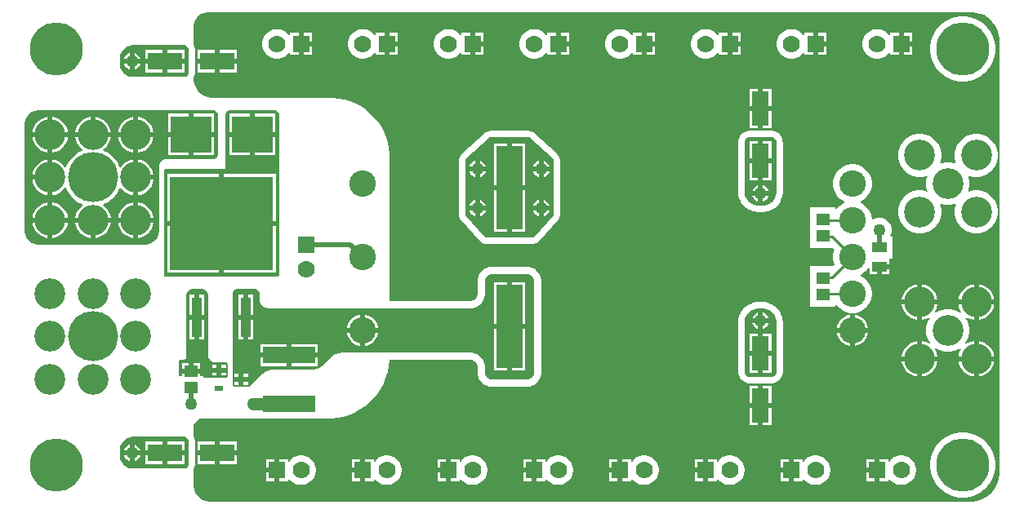
<source format=gtl>
G04*
G04 #@! TF.GenerationSoftware,Altium Limited,Altium Designer,21.0.9 (235)*
G04*
G04 Layer_Physical_Order=1*
G04 Layer_Color=255*
%FSLAX25Y25*%
%MOIN*%
G70*
G04*
G04 #@! TF.SameCoordinates,BF538C37-7BC0-418B-8844-18137046693D*
G04*
G04*
G04 #@! TF.FilePolarity,Positive*
G04*
G01*
G75*
%ADD12C,0.01000*%
%ADD25C,0.07000*%
%ADD26R,0.07000X0.07000*%
%ADD27R,0.07000X0.07000*%
%ADD31R,0.42323X0.38189*%
%ADD32R,0.03937X0.16339*%
%ADD33R,0.16693X0.15000*%
%ADD34R,0.03543X0.02362*%
%ADD35R,0.05315X0.04528*%
%ADD36R,0.13976X0.07087*%
%ADD37R,0.10630X0.33858*%
%ADD38R,0.07087X0.13976*%
%ADD39R,0.05906X0.03937*%
%ADD40R,0.21260X0.06890*%
%ADD41C,0.02000*%
%ADD42C,0.05000*%
%ADD43C,0.20472*%
%ADD44C,0.12598*%
%ADD45C,0.21654*%
%ADD46C,0.10827*%
%ADD47C,0.05000*%
G36*
X68133Y186196D02*
X68695Y185633D01*
X69000Y184898D01*
X69000Y184500D01*
X69000Y184500D01*
X69000Y175102D01*
X68695Y174367D01*
X68133Y173804D01*
X67485Y173536D01*
X67000Y173500D01*
X67000Y173500D01*
X67000Y173500D01*
X46500Y173500D01*
X45958Y173500D01*
X44896Y173711D01*
X43895Y174126D01*
X42994Y174728D01*
X42228Y175494D01*
X41626Y176395D01*
X41211Y177396D01*
X41000Y178458D01*
X41000Y179000D01*
X41000Y179000D01*
X41000D01*
X41000Y181542D01*
X41211Y182604D01*
X41626Y183605D01*
X42228Y184506D01*
X42994Y185272D01*
X43895Y185874D01*
X44896Y186289D01*
X45958Y186500D01*
X46500D01*
X46500Y186500D01*
X67000Y186500D01*
X67398Y186500D01*
X68133Y186196D01*
D02*
G37*
G36*
X104000Y160000D02*
X104398D01*
X105133Y159695D01*
X105695Y159133D01*
X105973Y158463D01*
X106000Y158001D01*
Y158000D01*
X106000Y158000D01*
X106000Y158000D01*
X106000Y93000D01*
X106000Y92801D01*
X105848Y92434D01*
X105566Y92152D01*
X105452Y92105D01*
X105000Y92000D01*
X105000Y92000D01*
Y92000D01*
X60000Y92000D01*
X59801Y92000D01*
X59434Y92152D01*
X59152Y92434D01*
X59000Y92801D01*
Y93000D01*
Y135000D01*
Y135199D01*
X59152Y135567D01*
X59433Y135848D01*
X59801Y136000D01*
X60000Y136000D01*
Y136000D01*
X84000Y136000D01*
X84000Y158000D01*
X84000Y158398D01*
X84304Y159133D01*
X84867Y159695D01*
X85602Y160000D01*
X86000Y160000D01*
Y160000D01*
X104000Y160000D01*
D02*
G37*
G36*
X79000Y160000D02*
X79398D01*
X80133Y159695D01*
X80695Y159133D01*
X80970Y158469D01*
X81000Y158002D01*
Y158000D01*
X81000Y158000D01*
X81000Y158000D01*
X81000Y142000D01*
X81000Y141602D01*
X80695Y140867D01*
X80133Y140304D01*
X79485Y140036D01*
X79099Y140007D01*
X79000Y140000D01*
Y140000D01*
X60000Y140000D01*
X59706Y139986D01*
X59129Y139871D01*
X58586Y139646D01*
X58097Y139319D01*
X57681Y138903D01*
X57354Y138414D01*
X57129Y137871D01*
X57049Y137466D01*
X57014Y137294D01*
X57000Y137000D01*
X57000D01*
X57000Y137000D01*
X57000Y111000D01*
X57000Y110409D01*
X56769Y109250D01*
X56317Y108158D01*
X55660Y107175D01*
X54825Y106339D01*
X53842Y105683D01*
X52750Y105230D01*
X51591Y105000D01*
X51000Y105000D01*
X51000Y105000D01*
X51000Y105000D01*
X8000Y105000D01*
X7409D01*
X6250Y105231D01*
X5158Y105683D01*
X4175Y106340D01*
X3339Y107175D01*
X2683Y108158D01*
X2231Y109250D01*
X2000Y110409D01*
Y111000D01*
X2000Y154000D01*
Y154591D01*
X2231Y155750D01*
X2683Y156842D01*
X3339Y157825D01*
X4175Y158660D01*
X5158Y159317D01*
X6250Y159769D01*
X7409Y160000D01*
X8000Y160000D01*
X8000Y160000D01*
X79000Y160000D01*
D02*
G37*
G36*
X207000Y93000D02*
D01*
X207494Y92961D01*
X207875Y92885D01*
X208421Y92659D01*
X208912Y92330D01*
X209330Y91912D01*
X209659Y91421D01*
X209885Y90875D01*
X210000Y90295D01*
X210000Y90000D01*
X210000Y53000D01*
X210000Y53000D01*
X210000Y52704D01*
X209885Y52125D01*
X209659Y51579D01*
X209330Y51087D01*
X208912Y50670D01*
X208421Y50341D01*
X207875Y50115D01*
X207295Y50000D01*
X207000Y50000D01*
X193000Y50000D01*
X192704Y50000D01*
X192125Y50115D01*
X191579Y50341D01*
X191088Y50670D01*
X190670Y51087D01*
X190341Y51579D01*
X190115Y52125D01*
X190000Y52704D01*
X190000Y53000D01*
X190000Y55000D01*
X190000D01*
X189971Y55588D01*
X189742Y56742D01*
X189292Y57828D01*
X188638Y58806D01*
X187806Y59638D01*
X186828Y60291D01*
X185742Y60742D01*
X184588Y60971D01*
X184000Y61000D01*
X132414Y61000D01*
X132414Y61000D01*
X131606Y60960D01*
X130022Y60645D01*
X128529Y60027D01*
X127185Y59129D01*
X126586Y58586D01*
X123707Y55707D01*
X123707D01*
X123301Y55301D01*
X122347Y54663D01*
X121286Y54224D01*
X120160Y54000D01*
X119586Y54000D01*
X108357Y54000D01*
X103414Y54000D01*
X103414Y54000D01*
X102843Y53972D01*
X101722Y53749D01*
X100667Y53312D01*
X99717Y52677D01*
X99293Y52293D01*
X94854Y47853D01*
X94854D01*
X94651Y47651D01*
X94173Y47332D01*
X93643Y47112D01*
X93080Y47000D01*
X87500Y47000D01*
X87000Y47500D01*
X87000Y85000D01*
Y85398D01*
X87304Y86133D01*
X87867Y86695D01*
X88602Y87000D01*
X96398Y87000D01*
X97133Y86695D01*
X97695Y86133D01*
X98000Y85398D01*
X98000Y83000D01*
X98019Y82608D01*
X98172Y81839D01*
X98472Y81114D01*
X98908Y80462D01*
X99462Y79908D01*
X100114Y79472D01*
X100839Y79172D01*
X101608Y79019D01*
X102000Y79000D01*
X109100D01*
Y79000D01*
X130000Y79000D01*
X184000Y79000D01*
X184588Y79029D01*
X185742Y79258D01*
X186828Y79708D01*
X187806Y80362D01*
X188638Y81194D01*
X189291Y82172D01*
X189742Y83258D01*
X189971Y84412D01*
X190000Y85000D01*
X190000Y90000D01*
Y90295D01*
X190115Y90875D01*
X190341Y91421D01*
X190670Y91912D01*
X191088Y92330D01*
X191579Y92659D01*
X192125Y92885D01*
X192704Y93000D01*
X193000Y93000D01*
X206524Y93000D01*
X207000Y93000D01*
D02*
G37*
G36*
X71000Y87000D02*
X74000Y87000D01*
X74000Y87000D01*
X74000Y87000D01*
X74001D01*
X74466Y86966D01*
X74875Y86885D01*
X75421Y86659D01*
X75912Y86330D01*
X76330Y85912D01*
X76659Y85421D01*
X76885Y84875D01*
X77000Y84295D01*
X77000Y84000D01*
X77000Y60000D01*
X77000Y60000D01*
X77014Y59706D01*
X77129Y59129D01*
X77354Y58586D01*
X77681Y58097D01*
X78097Y57681D01*
X78586Y57354D01*
X79129Y57129D01*
X79706Y57014D01*
X80000Y57000D01*
X84000D01*
X84000Y57000D01*
X84000Y57000D01*
X84000D01*
X84450Y56896D01*
X84566Y56848D01*
X84848Y56566D01*
X85000Y56199D01*
X85000Y56000D01*
X85000Y51500D01*
X85000Y51500D01*
Y51301D01*
X84848Y50933D01*
X84566Y50652D01*
X84199Y50500D01*
X75157Y50500D01*
Y51319D01*
X73658D01*
Y52445D01*
X70000D01*
X66343D01*
Y51319D01*
X65000D01*
Y57000D01*
X65000Y57199D01*
X65152Y57566D01*
X65433Y57848D01*
X65801Y58000D01*
X66000Y58000D01*
X66522D01*
X67000D01*
X67000Y58000D01*
X67195Y58019D01*
X67556Y58168D01*
X67832Y58444D01*
X67981Y58805D01*
X68000Y59000D01*
Y84000D01*
X68000Y84295D01*
X68115Y84875D01*
X68341Y85421D01*
X68670Y85913D01*
X69087Y86330D01*
X69579Y86659D01*
X70125Y86885D01*
X70705Y87000D01*
X71000Y87000D01*
D02*
G37*
G36*
X390771Y199804D02*
X392223Y199415D01*
X393613Y198839D01*
X394915Y198087D01*
X396108Y197172D01*
X397172Y196108D01*
X398087Y194915D01*
X398839Y193613D01*
X399415Y192223D01*
X399804Y190771D01*
X400000Y189280D01*
X400000Y188528D01*
X400000Y188528D01*
X400000Y188528D01*
X400000Y11742D01*
X400000Y10972D01*
X399799Y9446D01*
X399401Y7959D01*
X398812Y6537D01*
X398042Y5204D01*
X397105Y3983D01*
X396017Y2895D01*
X394796Y1958D01*
X393463Y1188D01*
X392041Y599D01*
X390554Y201D01*
X389028Y-0D01*
X388258Y-0D01*
X78000D01*
X77311Y-0D01*
X75958Y269D01*
X74684Y797D01*
X73538Y1563D01*
X72563Y2538D01*
X71797Y3684D01*
X71269Y4958D01*
X71000Y6310D01*
X71000Y13316D01*
X71050Y13392D01*
X71355Y14127D01*
X71549Y15102D01*
X71549Y24500D01*
X71549Y24500D01*
X71549Y24898D01*
X71355Y25873D01*
X71050Y26608D01*
X71000Y26684D01*
Y30394D01*
X71154Y31167D01*
X71455Y31895D01*
X71893Y32550D01*
X72450Y33107D01*
X73105Y33545D01*
X73833Y33846D01*
X74606Y34000D01*
X75000D01*
X75000Y34000D01*
X126000Y34000D01*
X127227Y34030D01*
X129668Y34271D01*
X132074Y34749D01*
X134422Y35461D01*
X136689Y36400D01*
X138853Y37557D01*
X140892Y38920D01*
X142789Y40476D01*
X144524Y42211D01*
X146080Y44107D01*
X147443Y46147D01*
X148600Y48311D01*
X149539Y50578D01*
X150251Y52925D01*
X150729Y55332D01*
X150970Y57773D01*
X150975Y57974D01*
X183926Y57974D01*
X184217Y57960D01*
X184859Y57832D01*
X185395Y57610D01*
X185878Y57288D01*
X186288Y56877D01*
X186610Y56395D01*
X186832Y55859D01*
X186960Y55217D01*
X186974Y54925D01*
X186974Y53000D01*
X186974Y52705D01*
X187013Y52410D01*
X187032Y52114D01*
X187148Y51534D01*
X187243Y51253D01*
X187320Y50967D01*
X187546Y50421D01*
X187694Y50164D01*
X187826Y49898D01*
X188154Y49406D01*
X188349Y49183D01*
X188530Y48948D01*
X188948Y48530D01*
X189183Y48349D01*
X189407Y48154D01*
X189898Y47825D01*
X190164Y47694D01*
X190421Y47546D01*
X190967Y47320D01*
X191254Y47243D01*
X191535Y47148D01*
X192114Y47032D01*
X192410Y47013D01*
X192705Y46974D01*
X193000Y46974D01*
X207000Y46974D01*
X207295Y46974D01*
X207589Y47013D01*
X207886Y47032D01*
X208465Y47148D01*
X208746Y47243D01*
X209033Y47320D01*
X209579Y47546D01*
X209836Y47694D01*
X210102Y47825D01*
X210593Y48154D01*
X210817Y48349D01*
X211052Y48530D01*
X211470Y48948D01*
X211650Y49183D01*
X211846Y49406D01*
X212175Y49898D01*
X212306Y50164D01*
X212454Y50421D01*
X212680Y50967D01*
X212757Y51253D01*
X212852Y51535D01*
X212968Y52114D01*
X212987Y52410D01*
X213026Y52705D01*
X213026Y53000D01*
X213026Y53000D01*
X213026Y90000D01*
X213026Y90295D01*
X212987Y90589D01*
X212968Y90886D01*
X212852Y91465D01*
X212757Y91746D01*
X212680Y92033D01*
X212454Y92579D01*
X212306Y92836D01*
X212175Y93102D01*
X211846Y93593D01*
X211651Y93816D01*
X211470Y94052D01*
X211052Y94470D01*
X210817Y94651D01*
X210594Y94846D01*
X210102Y95174D01*
X209836Y95306D01*
X209579Y95454D01*
X209033Y95680D01*
X208747Y95757D01*
X208465Y95852D01*
X208084Y95928D01*
X207907Y95940D01*
X207734Y95977D01*
X207241Y96016D01*
X207120Y96010D01*
X207000Y96026D01*
X206524Y96026D01*
X206524Y96026D01*
X206523Y96026D01*
X193000Y96026D01*
X192705Y96026D01*
X192410Y95987D01*
X192114Y95968D01*
X191534Y95852D01*
X191253Y95757D01*
X190967Y95680D01*
X190421Y95454D01*
X190164Y95306D01*
X189898Y95174D01*
X189407Y94846D01*
X189183Y94651D01*
X188948Y94470D01*
X188530Y94052D01*
X188349Y93817D01*
X188154Y93593D01*
X187826Y93102D01*
X187694Y92836D01*
X187546Y92579D01*
X187320Y92033D01*
X187243Y91746D01*
X187147Y91465D01*
X187032Y90886D01*
X187013Y90590D01*
X186974Y90295D01*
Y90000D01*
X186974Y85074D01*
X186960Y84783D01*
X186832Y84141D01*
X186610Y83605D01*
X186288Y83122D01*
X185877Y82712D01*
X185395Y82390D01*
X184859Y82168D01*
X184217Y82040D01*
X183926Y82026D01*
X151000Y82026D01*
X151000Y141000D01*
X150971Y142178D01*
X150740Y144522D01*
X150281Y146832D01*
X149597Y149085D01*
X148696Y151261D01*
X147585Y153339D01*
X146277Y155297D01*
X144783Y157117D01*
X143117Y158783D01*
X141297Y160277D01*
X139338Y161586D01*
X137261Y162696D01*
X135085Y163597D01*
X132831Y164281D01*
X130521Y164740D01*
X128177Y164971D01*
X127000Y165000D01*
X127000Y165000D01*
X127000Y165000D01*
X79000Y165000D01*
X78212Y165000D01*
X76666Y165307D01*
X75210Y165910D01*
X73900Y166786D01*
X72786Y167900D01*
X71910Y169211D01*
X71307Y170667D01*
X71000Y172212D01*
X71000Y173316D01*
X71050Y173392D01*
X71355Y174127D01*
X71549Y175102D01*
X71549Y184500D01*
X71549Y184500D01*
X71549Y184898D01*
X71355Y185873D01*
X71050Y186608D01*
X71000Y186684D01*
Y194591D01*
X71231Y195750D01*
X71683Y196842D01*
X72339Y197825D01*
X73175Y198660D01*
X74158Y199317D01*
X75250Y199769D01*
X76409Y200000D01*
X77000D01*
X77000Y200000D01*
X388528Y200000D01*
X389280Y200000D01*
X390771Y199804D01*
D02*
G37*
G36*
X68133Y26195D02*
X68695Y25633D01*
X69000Y24898D01*
X69000Y24500D01*
X69000Y24500D01*
X69000Y15102D01*
X68695Y14367D01*
X68133Y13804D01*
X67485Y13536D01*
X67000Y13500D01*
X67000Y13500D01*
X67000Y13500D01*
X46500Y13500D01*
X45958Y13500D01*
X44896Y13711D01*
X43895Y14126D01*
X42994Y14728D01*
X42228Y15494D01*
X41626Y16395D01*
X41211Y17396D01*
X41000Y18458D01*
X41000Y19000D01*
X41000Y19000D01*
X41000D01*
X41000Y21542D01*
X41211Y22604D01*
X41626Y23605D01*
X42228Y24506D01*
X42994Y25272D01*
X43895Y25874D01*
X44896Y26289D01*
X45958Y26500D01*
X46500D01*
X46500Y26500D01*
X67000Y26500D01*
X67398Y26500D01*
X68133Y26195D01*
D02*
G37*
%LPC*%
G36*
X67358Y184543D02*
X60370D01*
Y181000D01*
X67358D01*
Y184543D01*
D02*
G37*
G36*
X47000Y183355D02*
Y181000D01*
X49356D01*
X49262Y181351D01*
X48801Y182149D01*
X48149Y182801D01*
X47351Y183262D01*
X47000Y183355D01*
D02*
G37*
G36*
X45000D02*
X44649Y183262D01*
X43851Y182801D01*
X43199Y182149D01*
X42739Y181351D01*
X42645Y181000D01*
X45000D01*
Y183355D01*
D02*
G37*
G36*
X58370Y184543D02*
X51382D01*
Y181000D01*
X58370D01*
Y184543D01*
D02*
G37*
G36*
X49356Y179000D02*
X47000D01*
Y176645D01*
X47351Y176739D01*
X48149Y177199D01*
X48801Y177851D01*
X49262Y178649D01*
X49356Y179000D01*
D02*
G37*
G36*
X45000D02*
X42645D01*
X42739Y178649D01*
X43199Y177851D01*
X43851Y177199D01*
X44649Y176739D01*
X45000Y176645D01*
Y179000D01*
D02*
G37*
G36*
X67358D02*
X60370D01*
Y175457D01*
X67358D01*
Y179000D01*
D02*
G37*
G36*
X58370D02*
X51382D01*
Y175457D01*
X58370D01*
Y179000D01*
D02*
G37*
G36*
X104405Y158500D02*
X96059D01*
Y151000D01*
X104405D01*
Y158500D01*
D02*
G37*
G36*
X94059D02*
X85713D01*
Y151000D01*
X94059D01*
Y158500D01*
D02*
G37*
G36*
X104405Y149000D02*
X96059D01*
Y141500D01*
X104405D01*
Y149000D01*
D02*
G37*
G36*
X94059D02*
X85713D01*
Y141500D01*
X94059D01*
Y149000D01*
D02*
G37*
G36*
X104661Y133874D02*
X83500D01*
Y114779D01*
X104661D01*
Y133874D01*
D02*
G37*
G36*
X81500D02*
X60339D01*
Y114779D01*
X81500D01*
Y133874D01*
D02*
G37*
G36*
X104661Y112779D02*
X83500D01*
Y93685D01*
X104661D01*
Y112779D01*
D02*
G37*
G36*
X81500D02*
X60339D01*
Y93685D01*
X81500D01*
Y112779D01*
D02*
G37*
G36*
X79287Y158500D02*
X70941D01*
Y151000D01*
X79287D01*
Y158500D01*
D02*
G37*
G36*
X68941D02*
X60594D01*
Y151000D01*
X68941D01*
Y158500D01*
D02*
G37*
G36*
X48461Y157204D02*
Y150961D01*
X54704D01*
X54479Y152090D01*
X53929Y153418D01*
X53130Y154614D01*
X52114Y155630D01*
X50918Y156429D01*
X49590Y156979D01*
X48461Y157204D01*
D02*
G37*
G36*
X46461D02*
X45331Y156979D01*
X44003Y156429D01*
X42808Y155630D01*
X41791Y154614D01*
X40992Y153418D01*
X40442Y152090D01*
X40217Y150961D01*
X46461D01*
Y157204D01*
D02*
G37*
G36*
X31000D02*
Y150961D01*
X37243D01*
X37019Y152090D01*
X36468Y153418D01*
X35670Y154614D01*
X34653Y155630D01*
X33457Y156429D01*
X32129Y156979D01*
X31000Y157204D01*
D02*
G37*
G36*
X29000D02*
X27871Y156979D01*
X26542Y156429D01*
X25347Y155630D01*
X24330Y154614D01*
X23531Y153418D01*
X22981Y152090D01*
X22757Y150961D01*
X29000D01*
Y157204D01*
D02*
G37*
G36*
X13539D02*
Y150961D01*
X19783D01*
X19558Y152090D01*
X19008Y153418D01*
X18209Y154614D01*
X17192Y155630D01*
X15997Y156429D01*
X14669Y156979D01*
X13539Y157204D01*
D02*
G37*
G36*
X11539D02*
X10410Y156979D01*
X9082Y156429D01*
X7886Y155630D01*
X6870Y154614D01*
X6071Y153418D01*
X5521Y152090D01*
X5296Y150961D01*
X11539D01*
Y157204D01*
D02*
G37*
G36*
X54704Y148961D02*
X48461D01*
Y142717D01*
X49590Y142942D01*
X50918Y143492D01*
X52114Y144291D01*
X53130Y145308D01*
X53929Y146503D01*
X54479Y147831D01*
X54704Y148961D01*
D02*
G37*
G36*
X46461D02*
X40217D01*
X40442Y147831D01*
X40992Y146503D01*
X41791Y145308D01*
X42808Y144291D01*
X44003Y143492D01*
X45331Y142942D01*
X46461Y142717D01*
Y148961D01*
D02*
G37*
G36*
X19783D02*
X13539D01*
Y142717D01*
X14669Y142942D01*
X15997Y143492D01*
X17192Y144291D01*
X18209Y145308D01*
X19008Y146503D01*
X19558Y147831D01*
X19783Y148961D01*
D02*
G37*
G36*
X11539D02*
X5296D01*
X5521Y147831D01*
X6071Y146503D01*
X6870Y145308D01*
X7886Y144291D01*
X9082Y143492D01*
X10410Y142942D01*
X11539Y142717D01*
Y148961D01*
D02*
G37*
G36*
X79287Y149000D02*
X70941D01*
Y141500D01*
X79287D01*
Y149000D01*
D02*
G37*
G36*
X68941D02*
X60594D01*
Y141500D01*
X68941D01*
Y149000D01*
D02*
G37*
G36*
X37243Y148961D02*
X22757D01*
X22981Y147831D01*
X23531Y146503D01*
X24330Y145308D01*
X25347Y144291D01*
X25840Y143962D01*
X25771Y143466D01*
X25495Y143376D01*
X23849Y142538D01*
X22354Y141452D01*
X21048Y140146D01*
X19962Y138651D01*
X19124Y137005D01*
X19034Y136729D01*
X18538Y136660D01*
X18209Y137153D01*
X17192Y138170D01*
X15997Y138969D01*
X14669Y139519D01*
X13539Y139743D01*
Y132500D01*
Y125257D01*
X14669Y125481D01*
X15997Y126031D01*
X17192Y126830D01*
X18209Y127847D01*
X18538Y128340D01*
X19034Y128271D01*
X19124Y127995D01*
X19962Y126349D01*
X21048Y124854D01*
X22354Y123548D01*
X23849Y122462D01*
X25495Y121624D01*
X25771Y121534D01*
X25840Y121038D01*
X25347Y120709D01*
X24330Y119692D01*
X23531Y118497D01*
X22981Y117168D01*
X22757Y116039D01*
X37243D01*
X37019Y117168D01*
X36468Y118497D01*
X35670Y119692D01*
X34653Y120709D01*
X34160Y121038D01*
X34229Y121534D01*
X34505Y121624D01*
X36151Y122462D01*
X37646Y123548D01*
X38952Y124854D01*
X40038Y126349D01*
X40876Y127995D01*
X40966Y128271D01*
X41462Y128340D01*
X41791Y127847D01*
X42808Y126830D01*
X44003Y126031D01*
X45331Y125481D01*
X46461Y125257D01*
Y132500D01*
Y139743D01*
X45331Y139519D01*
X44003Y138969D01*
X42808Y138170D01*
X41791Y137153D01*
X41462Y136660D01*
X40966Y136729D01*
X40876Y137005D01*
X40038Y138651D01*
X38952Y140146D01*
X37646Y141452D01*
X36151Y142538D01*
X34505Y143376D01*
X34229Y143466D01*
X34160Y143962D01*
X34653Y144291D01*
X35670Y145308D01*
X36468Y146503D01*
X37019Y147831D01*
X37243Y148961D01*
D02*
G37*
G36*
X48461Y139743D02*
Y133500D01*
X54704D01*
X54479Y134629D01*
X53929Y135958D01*
X53130Y137153D01*
X52114Y138170D01*
X50918Y138969D01*
X49590Y139519D01*
X48461Y139743D01*
D02*
G37*
G36*
X11539D02*
X10410Y139519D01*
X9082Y138969D01*
X7886Y138170D01*
X6870Y137153D01*
X6071Y135958D01*
X5521Y134629D01*
X5296Y133500D01*
X11539D01*
Y139743D01*
D02*
G37*
G36*
X54704Y131500D02*
X48461D01*
Y125257D01*
X49590Y125481D01*
X50918Y126031D01*
X52114Y126830D01*
X53130Y127847D01*
X53929Y129042D01*
X54479Y130371D01*
X54704Y131500D01*
D02*
G37*
G36*
X11539D02*
X5296D01*
X5521Y130371D01*
X6071Y129042D01*
X6870Y127847D01*
X7886Y126830D01*
X9082Y126031D01*
X10410Y125481D01*
X11539Y125257D01*
Y131500D01*
D02*
G37*
G36*
X48461Y122283D02*
Y116039D01*
X54704D01*
X54479Y117168D01*
X53929Y118497D01*
X53130Y119692D01*
X52114Y120709D01*
X50918Y121508D01*
X49590Y122058D01*
X48461Y122283D01*
D02*
G37*
G36*
X46461D02*
X45331Y122058D01*
X44003Y121508D01*
X42808Y120709D01*
X41791Y119692D01*
X40992Y118497D01*
X40442Y117168D01*
X40217Y116039D01*
X46461D01*
Y122283D01*
D02*
G37*
G36*
X13539D02*
Y116039D01*
X19783D01*
X19558Y117168D01*
X19008Y118497D01*
X18209Y119692D01*
X17192Y120709D01*
X15997Y121508D01*
X14669Y122058D01*
X13539Y122283D01*
D02*
G37*
G36*
X11539D02*
X10410Y122058D01*
X9082Y121508D01*
X7886Y120709D01*
X6870Y119692D01*
X6071Y118497D01*
X5521Y117168D01*
X5296Y116039D01*
X11539D01*
Y122283D01*
D02*
G37*
G36*
X54704Y114039D02*
X48461D01*
Y107796D01*
X49590Y108021D01*
X50918Y108571D01*
X52114Y109370D01*
X53130Y110386D01*
X53929Y111582D01*
X54479Y112910D01*
X54704Y114039D01*
D02*
G37*
G36*
X46461D02*
X40217D01*
X40442Y112910D01*
X40992Y111582D01*
X41791Y110386D01*
X42808Y109370D01*
X44003Y108571D01*
X45331Y108021D01*
X46461Y107796D01*
Y114039D01*
D02*
G37*
G36*
X37243D02*
X31000D01*
Y107796D01*
X32129Y108021D01*
X33457Y108571D01*
X34653Y109370D01*
X35670Y110386D01*
X36468Y111582D01*
X37019Y112910D01*
X37243Y114039D01*
D02*
G37*
G36*
X29000D02*
X22757D01*
X22981Y112910D01*
X23531Y111582D01*
X24330Y110386D01*
X25347Y109370D01*
X26542Y108571D01*
X27871Y108021D01*
X29000Y107796D01*
Y114039D01*
D02*
G37*
G36*
X19783D02*
X13539D01*
Y107796D01*
X14669Y108021D01*
X15997Y108571D01*
X17192Y109370D01*
X18209Y110386D01*
X19008Y111582D01*
X19558Y112910D01*
X19783Y114039D01*
D02*
G37*
G36*
X11539D02*
X5296D01*
X5521Y112910D01*
X6071Y111582D01*
X6870Y110386D01*
X7886Y109370D01*
X9082Y108571D01*
X10410Y108021D01*
X11539Y107796D01*
Y114039D01*
D02*
G37*
G36*
X95468Y84563D02*
X93500D01*
Y76394D01*
X95468D01*
Y84563D01*
D02*
G37*
G36*
X91500D02*
X89531D01*
Y76394D01*
X91500D01*
Y84563D01*
D02*
G37*
G36*
X206315Y89583D02*
X201000D01*
Y72654D01*
X206315D01*
Y89583D01*
D02*
G37*
G36*
X199000D02*
X193685D01*
Y72654D01*
X199000D01*
Y89583D01*
D02*
G37*
G36*
X141000Y76425D02*
Y71079D01*
X146346D01*
X146321Y71336D01*
X145954Y72545D01*
X145358Y73659D01*
X144557Y74636D01*
X143580Y75437D01*
X142466Y76033D01*
X141257Y76399D01*
X141000Y76425D01*
D02*
G37*
G36*
X139000D02*
X138743Y76399D01*
X137534Y76033D01*
X136420Y75437D01*
X135443Y74636D01*
X134642Y73659D01*
X134046Y72545D01*
X133679Y71336D01*
X133654Y71079D01*
X139000D01*
Y76425D01*
D02*
G37*
G36*
X95468Y74394D02*
X93500D01*
Y66224D01*
X95468D01*
Y74394D01*
D02*
G37*
G36*
X91500D02*
X89531D01*
Y66224D01*
X91500D01*
Y74394D01*
D02*
G37*
G36*
X146346Y69079D02*
X141000D01*
Y63733D01*
X141257Y63758D01*
X142466Y64125D01*
X143580Y64720D01*
X144557Y65522D01*
X145358Y66498D01*
X145954Y67613D01*
X146321Y68822D01*
X146346Y69079D01*
D02*
G37*
G36*
X139000D02*
X133654D01*
X133679Y68822D01*
X134046Y67613D01*
X134642Y66498D01*
X135443Y65522D01*
X136420Y64720D01*
X137534Y64125D01*
X138743Y63758D01*
X139000Y63733D01*
Y69079D01*
D02*
G37*
G36*
X121630Y64386D02*
X111000D01*
Y60941D01*
X121630D01*
Y64386D01*
D02*
G37*
G36*
X109000D02*
X98370D01*
Y60941D01*
X109000D01*
Y64386D01*
D02*
G37*
G36*
X121630Y58941D02*
X111000D01*
Y55496D01*
X121630D01*
Y58941D01*
D02*
G37*
G36*
X109000D02*
X98370D01*
Y55496D01*
X109000D01*
Y58941D01*
D02*
G37*
G36*
X206315Y70653D02*
X201000D01*
Y53724D01*
X206315D01*
Y70653D01*
D02*
G37*
G36*
X199000D02*
X193685D01*
Y53724D01*
X199000D01*
Y70653D01*
D02*
G37*
G36*
X93299Y52181D02*
X91528D01*
Y51000D01*
X93299D01*
Y52181D01*
D02*
G37*
G36*
X89528D02*
X87756D01*
Y51000D01*
X89528D01*
Y52181D01*
D02*
G37*
G36*
X93299Y49000D02*
X91528D01*
Y47819D01*
X93299D01*
Y49000D01*
D02*
G37*
G36*
X89528D02*
X87756D01*
Y47819D01*
X89528D01*
Y49000D01*
D02*
G37*
G36*
X75468Y84563D02*
X73500D01*
Y76394D01*
X75468D01*
Y84563D01*
D02*
G37*
G36*
X71500D02*
X69532D01*
Y76394D01*
X71500D01*
Y84563D01*
D02*
G37*
G36*
X75468Y74394D02*
X73500D01*
Y66224D01*
X75468D01*
Y74394D01*
D02*
G37*
G36*
X71500D02*
X69532D01*
Y66224D01*
X71500D01*
Y74394D01*
D02*
G37*
G36*
X84244Y55921D02*
X82472D01*
Y54740D01*
X84244D01*
Y55921D01*
D02*
G37*
G36*
X80472D02*
X78701D01*
Y54740D01*
X80472D01*
Y55921D01*
D02*
G37*
G36*
X73658Y56709D02*
X71000D01*
Y54445D01*
X73658D01*
Y56709D01*
D02*
G37*
G36*
X69000D02*
X66343D01*
Y54445D01*
X69000D01*
Y56709D01*
D02*
G37*
G36*
X84244Y52740D02*
X82472D01*
Y51559D01*
X84244D01*
Y52740D01*
D02*
G37*
G36*
X80472D02*
X78701D01*
Y51559D01*
X80472D01*
Y52740D01*
D02*
G37*
G36*
X364421Y191567D02*
X360921D01*
Y188067D01*
X364421D01*
Y191567D01*
D02*
G37*
G36*
X294421D02*
X290921D01*
Y188067D01*
X294421D01*
Y191567D01*
D02*
G37*
G36*
X259421D02*
X255921D01*
Y188067D01*
X259421D01*
Y191567D01*
D02*
G37*
G36*
X189421D02*
X185921D01*
Y188067D01*
X189421D01*
Y191567D01*
D02*
G37*
G36*
X154421D02*
X150921D01*
Y188067D01*
X154421D01*
Y191567D01*
D02*
G37*
G36*
X329421D02*
X325921D01*
Y188067D01*
X329421D01*
Y191567D01*
D02*
G37*
G36*
X224421D02*
X220921D01*
Y188067D01*
X224421D01*
Y191567D01*
D02*
G37*
G36*
X119421D02*
X115921D01*
Y188067D01*
X119421D01*
Y191567D01*
D02*
G37*
G36*
X364421Y186067D02*
X360921D01*
Y182567D01*
X364421D01*
Y186067D01*
D02*
G37*
G36*
X350670Y193067D02*
X349488D01*
X348329Y192836D01*
X347237Y192384D01*
X346254Y191727D01*
X345418Y190892D01*
X344762Y189909D01*
X344309Y188817D01*
X344079Y187658D01*
Y186476D01*
X344309Y185317D01*
X344762Y184225D01*
X345418Y183242D01*
X346254Y182406D01*
X347237Y181750D01*
X348329Y181298D01*
X349488Y181067D01*
X350670D01*
X351829Y181298D01*
X352921Y181750D01*
X353904Y182406D01*
X354739Y183242D01*
X354921Y183515D01*
X355421Y183363D01*
Y182567D01*
X358921D01*
Y187067D01*
Y191567D01*
X355421D01*
Y190771D01*
X354921Y190619D01*
X354739Y190892D01*
X353904Y191727D01*
X352921Y192384D01*
X351829Y192836D01*
X350670Y193067D01*
D02*
G37*
G36*
X329421Y186067D02*
X325921D01*
Y182567D01*
X329421D01*
Y186067D01*
D02*
G37*
G36*
X315670Y193067D02*
X314488D01*
X313329Y192836D01*
X312237Y192384D01*
X311254Y191727D01*
X310418Y190892D01*
X309762Y189909D01*
X309309Y188817D01*
X309079Y187658D01*
Y186476D01*
X309309Y185317D01*
X309762Y184225D01*
X310418Y183242D01*
X311254Y182406D01*
X312237Y181750D01*
X313329Y181298D01*
X314488Y181067D01*
X315670D01*
X316829Y181298D01*
X317921Y181750D01*
X318903Y182406D01*
X319739Y183242D01*
X319921Y183515D01*
X320421Y183363D01*
Y182567D01*
X323921D01*
Y187067D01*
Y191567D01*
X320421D01*
Y190771D01*
X319921Y190619D01*
X319739Y190892D01*
X318903Y191727D01*
X317921Y192384D01*
X316829Y192836D01*
X315670Y193067D01*
D02*
G37*
G36*
X294421Y186067D02*
X290921D01*
Y182567D01*
X294421D01*
Y186067D01*
D02*
G37*
G36*
X280670Y193067D02*
X279488D01*
X278329Y192836D01*
X277237Y192384D01*
X276254Y191727D01*
X275418Y190892D01*
X274762Y189909D01*
X274309Y188817D01*
X274079Y187658D01*
Y186476D01*
X274309Y185317D01*
X274762Y184225D01*
X275418Y183242D01*
X276254Y182406D01*
X277237Y181750D01*
X278329Y181298D01*
X279488Y181067D01*
X280670D01*
X281829Y181298D01*
X282921Y181750D01*
X283904Y182406D01*
X284739Y183242D01*
X284921Y183515D01*
X285421Y183363D01*
Y182567D01*
X288921D01*
Y187067D01*
Y191567D01*
X285421D01*
Y190771D01*
X284921Y190619D01*
X284739Y190892D01*
X283904Y191727D01*
X282921Y192384D01*
X281829Y192836D01*
X280670Y193067D01*
D02*
G37*
G36*
X259421Y186067D02*
X255921D01*
Y182567D01*
X259421D01*
Y186067D01*
D02*
G37*
G36*
X245670Y193067D02*
X244488D01*
X243329Y192836D01*
X242237Y192384D01*
X241254Y191727D01*
X240418Y190892D01*
X239762Y189909D01*
X239309Y188817D01*
X239079Y187658D01*
Y186476D01*
X239309Y185317D01*
X239762Y184225D01*
X240418Y183242D01*
X241254Y182406D01*
X242237Y181750D01*
X243329Y181298D01*
X244488Y181067D01*
X245670D01*
X246829Y181298D01*
X247921Y181750D01*
X248903Y182406D01*
X249739Y183242D01*
X249921Y183515D01*
X250421Y183363D01*
Y182567D01*
X253921D01*
Y187067D01*
Y191567D01*
X250421D01*
Y190771D01*
X249921Y190619D01*
X249739Y190892D01*
X248903Y191727D01*
X247921Y192384D01*
X246829Y192836D01*
X245670Y193067D01*
D02*
G37*
G36*
X224421Y186067D02*
X220921D01*
Y182567D01*
X224421D01*
Y186067D01*
D02*
G37*
G36*
X210670Y193067D02*
X209488D01*
X208329Y192836D01*
X207237Y192384D01*
X206254Y191727D01*
X205418Y190892D01*
X204762Y189909D01*
X204309Y188817D01*
X204079Y187658D01*
Y186476D01*
X204309Y185317D01*
X204762Y184225D01*
X205418Y183242D01*
X206254Y182406D01*
X207237Y181750D01*
X208329Y181298D01*
X209488Y181067D01*
X210670D01*
X211829Y181298D01*
X212921Y181750D01*
X213903Y182406D01*
X214739Y183242D01*
X214921Y183515D01*
X215421Y183363D01*
Y182567D01*
X218921D01*
Y187067D01*
Y191567D01*
X215421D01*
Y190771D01*
X214921Y190619D01*
X214739Y190892D01*
X213903Y191727D01*
X212921Y192384D01*
X211829Y192836D01*
X210670Y193067D01*
D02*
G37*
G36*
X189421Y186067D02*
X185921D01*
Y182567D01*
X189421D01*
Y186067D01*
D02*
G37*
G36*
X175670Y193067D02*
X174488D01*
X173329Y192836D01*
X172237Y192384D01*
X171254Y191727D01*
X170418Y190892D01*
X169762Y189909D01*
X169309Y188817D01*
X169079Y187658D01*
Y186476D01*
X169309Y185317D01*
X169762Y184225D01*
X170418Y183242D01*
X171254Y182406D01*
X172237Y181750D01*
X173329Y181298D01*
X174488Y181067D01*
X175670D01*
X176829Y181298D01*
X177921Y181750D01*
X178903Y182406D01*
X179739Y183242D01*
X179921Y183515D01*
X180421Y183363D01*
Y182567D01*
X183921D01*
Y187067D01*
Y191567D01*
X180421D01*
Y190771D01*
X179921Y190619D01*
X179739Y190892D01*
X178903Y191727D01*
X177921Y192384D01*
X176829Y192836D01*
X175670Y193067D01*
D02*
G37*
G36*
X154421Y186067D02*
X150921D01*
Y182567D01*
X154421D01*
Y186067D01*
D02*
G37*
G36*
X140670Y193067D02*
X139488D01*
X138329Y192836D01*
X137237Y192384D01*
X136254Y191727D01*
X135418Y190892D01*
X134762Y189909D01*
X134309Y188817D01*
X134079Y187658D01*
Y186476D01*
X134309Y185317D01*
X134762Y184225D01*
X135418Y183242D01*
X136254Y182406D01*
X137237Y181750D01*
X138329Y181298D01*
X139488Y181067D01*
X140670D01*
X141829Y181298D01*
X142921Y181750D01*
X143904Y182406D01*
X144739Y183242D01*
X144921Y183515D01*
X145421Y183363D01*
Y182567D01*
X148921D01*
Y187067D01*
Y191567D01*
X145421D01*
Y190771D01*
X144921Y190619D01*
X144739Y190892D01*
X143904Y191727D01*
X142921Y192384D01*
X141829Y192836D01*
X140670Y193067D01*
D02*
G37*
G36*
X119421Y186067D02*
X115921D01*
Y182567D01*
X119421D01*
Y186067D01*
D02*
G37*
G36*
X105670Y193067D02*
X104488D01*
X103329Y192836D01*
X102237Y192384D01*
X101254Y191727D01*
X100418Y190892D01*
X99762Y189909D01*
X99309Y188817D01*
X99079Y187658D01*
Y186476D01*
X99309Y185317D01*
X99762Y184225D01*
X100418Y183242D01*
X101254Y182406D01*
X102237Y181750D01*
X103329Y181298D01*
X104488Y181067D01*
X105670D01*
X106829Y181298D01*
X107921Y181750D01*
X108904Y182406D01*
X109739Y183242D01*
X109921Y183515D01*
X110421Y183363D01*
Y182567D01*
X113921D01*
Y187067D01*
Y191567D01*
X110421D01*
Y190771D01*
X109921Y190619D01*
X109739Y190892D01*
X108904Y191727D01*
X107921Y192384D01*
X106829Y192836D01*
X105670Y193067D01*
D02*
G37*
G36*
X88618Y184543D02*
X81630D01*
Y181000D01*
X88618D01*
Y184543D01*
D02*
G37*
G36*
X79630D02*
X72642D01*
Y181000D01*
X79630D01*
Y184543D01*
D02*
G37*
G36*
X88618Y179000D02*
X81630D01*
Y175457D01*
X88618D01*
Y179000D01*
D02*
G37*
G36*
X79630D02*
X72642D01*
Y175457D01*
X79630D01*
Y179000D01*
D02*
G37*
G36*
X386049Y198327D02*
X383951D01*
X381879Y197999D01*
X379884Y197350D01*
X378015Y196398D01*
X376318Y195165D01*
X374835Y193682D01*
X373602Y191985D01*
X372650Y190116D01*
X372001Y188121D01*
X371673Y186049D01*
Y183951D01*
X372001Y181879D01*
X372650Y179884D01*
X373602Y178015D01*
X374835Y176318D01*
X376318Y174835D01*
X378015Y173602D01*
X379884Y172650D01*
X381879Y172001D01*
X383951Y171673D01*
X386049D01*
X388121Y172001D01*
X390116Y172650D01*
X391985Y173602D01*
X393682Y174835D01*
X395165Y176318D01*
X396398Y178015D01*
X397350Y179884D01*
X397999Y181879D01*
X398327Y183951D01*
Y186049D01*
X397999Y188121D01*
X397350Y190116D01*
X396398Y191985D01*
X395165Y193682D01*
X393682Y195165D01*
X391985Y196398D01*
X390116Y197350D01*
X388121Y197999D01*
X386049Y198327D01*
D02*
G37*
G36*
X307043Y168618D02*
X303500D01*
Y161630D01*
X307043D01*
Y168618D01*
D02*
G37*
G36*
X301500D02*
X297957D01*
Y161630D01*
X301500D01*
Y168618D01*
D02*
G37*
G36*
X307043Y159630D02*
X303500D01*
Y152642D01*
X307043D01*
Y159630D01*
D02*
G37*
G36*
X301500D02*
X297957D01*
Y152642D01*
X301500D01*
Y159630D01*
D02*
G37*
G36*
X298000Y151549D02*
X298000Y151549D01*
X297602Y151549D01*
X296627Y151355D01*
X295892Y151050D01*
X295065Y150498D01*
X294502Y149935D01*
X293950Y149108D01*
X293645Y148373D01*
X293645Y148373D01*
X293645Y148373D01*
X293451Y147398D01*
X293451Y147398D01*
X293451Y147398D01*
X293451Y147000D01*
Y126500D01*
Y125958D01*
X293500Y125712D01*
X293500Y125461D01*
X293711Y124398D01*
X293807Y124166D01*
X293856Y123920D01*
X294271Y122919D01*
X294410Y122711D01*
X294507Y122479D01*
X295109Y121578D01*
X295286Y121400D01*
X295426Y121192D01*
X296192Y120425D01*
X296400Y120286D01*
X296578Y120108D01*
X297479Y119507D01*
X297711Y119411D01*
X297919Y119271D01*
X298920Y118856D01*
X299166Y118807D01*
X299398Y118711D01*
X300461Y118500D01*
X300712D01*
X300958Y118451D01*
X303500Y118451D01*
X303500Y118451D01*
X304042Y118451D01*
X304288Y118500D01*
X304539Y118500D01*
X305602Y118711D01*
X305833Y118807D01*
X306080Y118856D01*
X307081Y119271D01*
X307289Y119410D01*
X307521Y119507D01*
X308422Y120108D01*
X308600Y120286D01*
X308808Y120425D01*
X309575Y121192D01*
X309714Y121400D01*
X309892Y121578D01*
X310493Y122479D01*
X310590Y122711D01*
X310729Y122919D01*
X311144Y123920D01*
X311192Y124167D01*
X311289Y124398D01*
X311500Y125461D01*
X311500Y125712D01*
X311549Y125958D01*
X311549Y126500D01*
X311549Y147000D01*
X311549Y147000D01*
Y147000D01*
X311535Y147072D01*
X311545Y147145D01*
X311519Y147606D01*
X311412Y148019D01*
X311329Y148437D01*
X311050Y149108D01*
X310498Y149935D01*
X309935Y150498D01*
X309108Y151050D01*
X308373Y151355D01*
X307398Y151549D01*
X298000Y151549D01*
D02*
G37*
G36*
X391422Y150354D02*
X389688D01*
X387988Y150016D01*
X386387Y149353D01*
X384946Y148390D01*
X383720Y147164D01*
X382757Y145723D01*
X382094Y144122D01*
X381756Y142422D01*
Y140689D01*
X382094Y138988D01*
X382217Y138692D01*
X381863Y138338D01*
X381567Y138461D01*
X379867Y138799D01*
X378133D01*
X376433Y138461D01*
X376137Y138338D01*
X375783Y138692D01*
X375906Y138988D01*
X376244Y140689D01*
Y142422D01*
X375906Y144122D01*
X375243Y145723D01*
X374280Y147164D01*
X373054Y148390D01*
X371613Y149353D01*
X370011Y150016D01*
X368312Y150354D01*
X366578D01*
X364878Y150016D01*
X363277Y149353D01*
X361836Y148390D01*
X360610Y147164D01*
X359647Y145723D01*
X358984Y144122D01*
X358646Y142422D01*
Y140689D01*
X358984Y138988D01*
X359647Y137387D01*
X360610Y135946D01*
X361836Y134720D01*
X363277Y133757D01*
X364878Y133094D01*
X366578Y132756D01*
X368312D01*
X370011Y133094D01*
X370308Y133217D01*
X370662Y132863D01*
X370539Y132567D01*
X370201Y130867D01*
Y129133D01*
X370539Y127433D01*
X370662Y127137D01*
X370308Y126783D01*
X370011Y126906D01*
X368312Y127244D01*
X366578D01*
X364878Y126906D01*
X363277Y126243D01*
X361836Y125280D01*
X360610Y124054D01*
X359647Y122613D01*
X358984Y121011D01*
X358646Y119311D01*
Y117578D01*
X358984Y115878D01*
X359647Y114277D01*
X360610Y112836D01*
X361836Y111610D01*
X363277Y110647D01*
X364878Y109984D01*
X366578Y109646D01*
X368312D01*
X370011Y109984D01*
X371613Y110647D01*
X373054Y111610D01*
X374280Y112836D01*
X375243Y114277D01*
X375906Y115878D01*
X376244Y117578D01*
Y119311D01*
X375906Y121011D01*
X375783Y121308D01*
X376137Y121662D01*
X376433Y121539D01*
X378133Y121201D01*
X379867D01*
X381567Y121539D01*
X381863Y121662D01*
X382217Y121308D01*
X382094Y121011D01*
X381756Y119311D01*
Y117578D01*
X382094Y115878D01*
X382757Y114277D01*
X383720Y112836D01*
X384946Y111610D01*
X386387Y110647D01*
X387988Y109984D01*
X389688Y109646D01*
X391422D01*
X393122Y109984D01*
X394723Y110647D01*
X396164Y111610D01*
X397390Y112836D01*
X398353Y114277D01*
X399016Y115878D01*
X399354Y117578D01*
Y119311D01*
X399016Y121011D01*
X398353Y122613D01*
X397390Y124054D01*
X396164Y125280D01*
X394723Y126243D01*
X393122Y126906D01*
X391422Y127244D01*
X389688D01*
X387988Y126906D01*
X387692Y126783D01*
X387338Y127137D01*
X387461Y127433D01*
X387799Y129133D01*
Y130867D01*
X387461Y132567D01*
X387338Y132863D01*
X387692Y133217D01*
X387988Y133094D01*
X389688Y132756D01*
X391422D01*
X393122Y133094D01*
X394723Y133757D01*
X396164Y134720D01*
X397390Y135946D01*
X398353Y137387D01*
X399016Y138988D01*
X399354Y140689D01*
Y142422D01*
X399016Y144122D01*
X398353Y145723D01*
X397390Y147164D01*
X396164Y148390D01*
X394723Y149353D01*
X393122Y150016D01*
X391422Y150354D01*
D02*
G37*
G36*
X340779Y137835D02*
X339221D01*
X337692Y137531D01*
X336252Y136934D01*
X334956Y136068D01*
X333853Y134966D01*
X332987Y133670D01*
X332391Y132229D01*
X332087Y130701D01*
Y129142D01*
X332391Y127613D01*
X332987Y126173D01*
X333853Y124877D01*
X334956Y123775D01*
X336252Y122908D01*
X336777Y122691D01*
Y122191D01*
X336252Y121973D01*
X334956Y121107D01*
X333853Y120005D01*
X333636Y119680D01*
X333157Y119825D01*
Y120209D01*
X322843D01*
Y110681D01*
Y103791D01*
X331929D01*
X332690Y103031D01*
X332391Y102308D01*
X332087Y100779D01*
Y99221D01*
X332391Y97692D01*
X332690Y96969D01*
X331929Y96209D01*
X322843D01*
Y86681D01*
Y79791D01*
X333157D01*
Y80175D01*
X333636Y80320D01*
X333853Y79995D01*
X334956Y78893D01*
X336252Y78027D01*
X337692Y77430D01*
X339221Y77126D01*
X340779D01*
X342308Y77430D01*
X343748Y78027D01*
X345044Y78893D01*
X346147Y79995D01*
X347013Y81291D01*
X347609Y82731D01*
X347913Y84260D01*
Y85819D01*
X347609Y87348D01*
X347013Y88788D01*
X346147Y90084D01*
X345044Y91186D01*
X343748Y92052D01*
X343223Y92270D01*
Y92770D01*
X343748Y92987D01*
X345044Y93853D01*
X346147Y94955D01*
X346547Y95555D01*
X347047Y95403D01*
Y93094D01*
X350000D01*
Y96063D01*
X351000D01*
Y97063D01*
X354953D01*
Y99032D01*
X354953D01*
X355105Y99468D01*
X356453D01*
Y108405D01*
X355776D01*
X355526Y108838D01*
X355659Y109070D01*
X356000Y110342D01*
Y111658D01*
X355659Y112930D01*
X355001Y114070D01*
X354070Y115001D01*
X352930Y115659D01*
X351658Y116000D01*
X350342D01*
X349070Y115659D01*
X348413Y115280D01*
X347913Y115569D01*
Y115740D01*
X347609Y117269D01*
X347013Y118709D01*
X346147Y120005D01*
X345044Y121107D01*
X343748Y121973D01*
X343223Y122191D01*
Y122691D01*
X343748Y122908D01*
X345044Y123775D01*
X346147Y124877D01*
X347013Y126173D01*
X347609Y127613D01*
X347913Y129142D01*
Y130701D01*
X347609Y132229D01*
X347013Y133670D01*
X346147Y134966D01*
X345044Y136068D01*
X343748Y136934D01*
X342308Y137531D01*
X340779Y137835D01*
D02*
G37*
G36*
X192000Y151549D02*
X191577Y151465D01*
X191150Y151403D01*
X191091Y151368D01*
X191025Y151355D01*
X190666Y151115D01*
X190295Y150895D01*
X180295Y141895D01*
X180254Y141840D01*
X180198Y141802D01*
X179958Y141444D01*
X179700Y141098D01*
X179683Y141032D01*
X179645Y140975D01*
X179561Y140552D01*
X179455Y140134D01*
X179464Y140067D01*
X179451Y140000D01*
Y117000D01*
X179534Y116584D01*
X179592Y116165D01*
X179630Y116099D01*
X179645Y116024D01*
X179880Y115672D01*
X180095Y115306D01*
X188095Y106307D01*
X188155Y106261D01*
X188198Y106198D01*
X188550Y105962D01*
X188888Y105706D01*
X188961Y105687D01*
X189024Y105645D01*
X189440Y105562D01*
X189850Y105455D01*
X189926Y105466D01*
X190000Y105451D01*
X210000D01*
X210074Y105466D01*
X210150Y105455D01*
X210560Y105562D01*
X210976Y105645D01*
X211039Y105687D01*
X211112Y105706D01*
X211450Y105962D01*
X211802Y106198D01*
X211845Y106261D01*
X211905Y106307D01*
X219905Y115306D01*
X220120Y115672D01*
X220355Y116024D01*
X220370Y116099D01*
X220408Y116165D01*
X220466Y116584D01*
X220549Y117000D01*
Y140000D01*
X220536Y140067D01*
X220545Y140134D01*
X220439Y140552D01*
X220355Y140975D01*
X220317Y141032D01*
X220300Y141098D01*
X220042Y141444D01*
X219802Y141802D01*
X219746Y141840D01*
X219705Y141895D01*
X209705Y150895D01*
X209334Y151115D01*
X208976Y151355D01*
X208909Y151368D01*
X208850Y151403D01*
X208423Y151465D01*
X208000Y151549D01*
X192000Y151549D01*
D02*
G37*
G36*
X354953Y95063D02*
X352000D01*
Y93094D01*
X354953D01*
Y95063D01*
D02*
G37*
G36*
X391555Y88798D02*
Y82555D01*
X397798D01*
X397574Y83684D01*
X397024Y85013D01*
X396225Y86208D01*
X395208Y87225D01*
X394013Y88024D01*
X392684Y88574D01*
X391555Y88798D01*
D02*
G37*
G36*
X389555D02*
X388426Y88574D01*
X387098Y88024D01*
X385902Y87225D01*
X384885Y86208D01*
X384087Y85013D01*
X383536Y83684D01*
X383312Y82555D01*
X389555D01*
Y88798D01*
D02*
G37*
G36*
X368445D02*
Y82555D01*
X374688D01*
X374464Y83684D01*
X373913Y85013D01*
X373115Y86208D01*
X372098Y87225D01*
X370902Y88024D01*
X369574Y88574D01*
X368445Y88798D01*
D02*
G37*
G36*
X366445D02*
X365316Y88574D01*
X363987Y88024D01*
X362792Y87225D01*
X361775Y86208D01*
X360976Y85013D01*
X360426Y83684D01*
X360202Y82555D01*
X366445D01*
Y88798D01*
D02*
G37*
G36*
X301500Y81549D02*
X301500Y81549D01*
X300958Y81549D01*
X300712Y81500D01*
X300461Y81500D01*
X299398Y81289D01*
X299167Y81193D01*
X298920Y81144D01*
X297919Y80729D01*
X297711Y80590D01*
X297479Y80493D01*
X296578Y79892D01*
X296400Y79714D01*
X296192Y79575D01*
X295426Y78808D01*
X295286Y78600D01*
X295109Y78422D01*
X294507Y77521D01*
X294410Y77289D01*
X294271Y77081D01*
X293856Y76080D01*
X293807Y75833D01*
X293711Y75602D01*
X293500Y74539D01*
X293500Y74288D01*
X293451Y74042D01*
X293451Y73500D01*
X293451Y53000D01*
X293451Y53000D01*
X293451Y52602D01*
X293451Y52602D01*
X293451Y52602D01*
X293645Y51627D01*
X293645Y51627D01*
X293950Y50892D01*
X294502Y50065D01*
X295065Y49502D01*
X295892Y48950D01*
X296627Y48645D01*
X297602Y48451D01*
X307000Y48451D01*
X307000Y48451D01*
X307398Y48451D01*
X308373Y48645D01*
X309108Y48950D01*
X309935Y49502D01*
X310498Y50065D01*
X311051Y50892D01*
X311355Y51627D01*
X311355Y51627D01*
X311355Y51627D01*
X311549Y52602D01*
X311549Y52602D01*
X311549Y52602D01*
X311549Y53000D01*
X311549Y73500D01*
X311549Y73500D01*
Y74042D01*
X311500Y74288D01*
X311500Y74539D01*
X311289Y75602D01*
X311192Y75834D01*
X311144Y76080D01*
X310729Y77081D01*
X310590Y77289D01*
X310493Y77521D01*
X309892Y78422D01*
X309714Y78600D01*
X309575Y78808D01*
X308808Y79575D01*
X308600Y79714D01*
X308422Y79892D01*
X307521Y80493D01*
X307289Y80589D01*
X307081Y80729D01*
X306080Y81144D01*
X305834Y81193D01*
X305602Y81289D01*
X304539Y81500D01*
X304288D01*
X304042Y81549D01*
X301500Y81549D01*
D02*
G37*
G36*
X389555Y80555D02*
X383312D01*
X383536Y79426D01*
X384087Y78098D01*
X384464Y77533D01*
X384103Y77173D01*
X383168Y77798D01*
X381567Y78461D01*
X379867Y78799D01*
X378133D01*
X376433Y78461D01*
X374832Y77798D01*
X373897Y77173D01*
X373536Y77533D01*
X373913Y78098D01*
X374464Y79426D01*
X374688Y80555D01*
X368445D01*
Y74312D01*
X369574Y74536D01*
X370902Y75087D01*
X371467Y75464D01*
X371827Y75103D01*
X371202Y74168D01*
X370539Y72567D01*
X370201Y70867D01*
Y69133D01*
X370539Y67433D01*
X371202Y65832D01*
X371827Y64897D01*
X371467Y64536D01*
X370902Y64913D01*
X369574Y65464D01*
X368445Y65688D01*
Y59445D01*
X374688D01*
X374464Y60574D01*
X373913Y61902D01*
X373536Y62467D01*
X373897Y62827D01*
X374832Y62202D01*
X376433Y61539D01*
X378133Y61201D01*
X379867D01*
X381567Y61539D01*
X383168Y62202D01*
X384103Y62827D01*
X384464Y62467D01*
X384087Y61902D01*
X383536Y60574D01*
X383312Y59445D01*
X389555D01*
Y65688D01*
X388426Y65464D01*
X387098Y64913D01*
X386533Y64536D01*
X386173Y64897D01*
X386798Y65832D01*
X387461Y67433D01*
X387799Y69133D01*
Y70867D01*
X387461Y72567D01*
X386798Y74168D01*
X386173Y75103D01*
X386533Y75464D01*
X387098Y75087D01*
X388426Y74536D01*
X389555Y74312D01*
Y80555D01*
D02*
G37*
G36*
X397798D02*
X391555D01*
Y74312D01*
X392684Y74536D01*
X394013Y75087D01*
X395208Y75885D01*
X396225Y76902D01*
X397024Y78098D01*
X397574Y79426D01*
X397798Y80555D01*
D02*
G37*
G36*
X366445D02*
X360202D01*
X360426Y79426D01*
X360976Y78098D01*
X361775Y76902D01*
X362792Y75885D01*
X363987Y75087D01*
X365316Y74536D01*
X366445Y74312D01*
Y80555D01*
D02*
G37*
G36*
X341000Y76419D02*
Y71079D01*
X346340D01*
X346167Y71949D01*
X345684Y73117D01*
X344982Y74167D01*
X344088Y75060D01*
X343038Y75762D01*
X341871Y76246D01*
X341000Y76419D01*
D02*
G37*
G36*
X339000D02*
X338129Y76246D01*
X336962Y75762D01*
X335912Y75060D01*
X335018Y74167D01*
X334316Y73117D01*
X333833Y71949D01*
X333660Y71079D01*
X339000D01*
Y76419D01*
D02*
G37*
G36*
X346340Y69079D02*
X341000D01*
Y63739D01*
X341871Y63912D01*
X343038Y64395D01*
X344088Y65097D01*
X344982Y65990D01*
X345684Y67041D01*
X346167Y68208D01*
X346340Y69079D01*
D02*
G37*
G36*
X339000D02*
X333660D01*
X333833Y68208D01*
X334316Y67041D01*
X335018Y65990D01*
X335912Y65097D01*
X336962Y64395D01*
X338129Y63912D01*
X339000Y63739D01*
Y69079D01*
D02*
G37*
G36*
X391555Y65688D02*
Y59445D01*
X397798D01*
X397574Y60574D01*
X397024Y61902D01*
X396225Y63098D01*
X395208Y64114D01*
X394013Y64913D01*
X392684Y65464D01*
X391555Y65688D01*
D02*
G37*
G36*
X366445D02*
X365316Y65464D01*
X363987Y64913D01*
X362792Y64114D01*
X361775Y63098D01*
X360976Y61902D01*
X360426Y60574D01*
X360202Y59445D01*
X366445D01*
Y65688D01*
D02*
G37*
G36*
X397798Y57445D02*
X391555D01*
Y51202D01*
X392684Y51426D01*
X394013Y51976D01*
X395208Y52775D01*
X396225Y53792D01*
X397024Y54987D01*
X397574Y56316D01*
X397798Y57445D01*
D02*
G37*
G36*
X389555D02*
X383312D01*
X383536Y56316D01*
X384087Y54987D01*
X384885Y53792D01*
X385902Y52775D01*
X387098Y51976D01*
X388426Y51426D01*
X389555Y51202D01*
Y57445D01*
D02*
G37*
G36*
X374688D02*
X368445D01*
Y51202D01*
X369574Y51426D01*
X370902Y51976D01*
X372098Y52775D01*
X373115Y53792D01*
X373913Y54987D01*
X374464Y56316D01*
X374688Y57445D01*
D02*
G37*
G36*
X366445D02*
X360202D01*
X360426Y56316D01*
X360976Y54987D01*
X361775Y53792D01*
X362792Y52775D01*
X363987Y51976D01*
X365316Y51426D01*
X366445Y51202D01*
Y57445D01*
D02*
G37*
G36*
X307043Y47358D02*
X303500D01*
Y40370D01*
X307043D01*
Y47358D01*
D02*
G37*
G36*
X301500D02*
X297957D01*
Y40370D01*
X301500D01*
Y47358D01*
D02*
G37*
G36*
X307043Y38370D02*
X303500D01*
Y31382D01*
X307043D01*
Y38370D01*
D02*
G37*
G36*
X301500D02*
X297957D01*
Y31382D01*
X301500D01*
Y38370D01*
D02*
G37*
G36*
X88618Y24543D02*
X81630D01*
Y21000D01*
X88618D01*
Y24543D01*
D02*
G37*
G36*
X79630D02*
X72642D01*
Y21000D01*
X79630D01*
Y24543D01*
D02*
G37*
G36*
X360512Y18933D02*
X359330D01*
X358171Y18702D01*
X357079Y18250D01*
X356097Y17594D01*
X355261Y16758D01*
X355079Y16485D01*
X354579Y16637D01*
Y17433D01*
X351079D01*
Y12933D01*
Y8433D01*
X354579D01*
Y9229D01*
X355079Y9381D01*
X355261Y9108D01*
X356097Y8273D01*
X357079Y7616D01*
X358171Y7164D01*
X359330Y6933D01*
X360512D01*
X361671Y7164D01*
X362763Y7616D01*
X363746Y8273D01*
X364582Y9108D01*
X365238Y10091D01*
X365691Y11183D01*
X365921Y12342D01*
Y13524D01*
X365691Y14683D01*
X365238Y15775D01*
X364582Y16758D01*
X363746Y17594D01*
X362763Y18250D01*
X361671Y18702D01*
X360512Y18933D01*
D02*
G37*
G36*
X325512D02*
X324330D01*
X323171Y18702D01*
X322079Y18250D01*
X321096Y17594D01*
X320261Y16758D01*
X320079Y16485D01*
X319579Y16637D01*
Y17433D01*
X316079D01*
Y12933D01*
Y8433D01*
X319579D01*
Y9229D01*
X320079Y9381D01*
X320261Y9108D01*
X321096Y8273D01*
X322079Y7616D01*
X323171Y7164D01*
X324330Y6933D01*
X325512D01*
X326671Y7164D01*
X327763Y7616D01*
X328746Y8273D01*
X329582Y9108D01*
X330238Y10091D01*
X330691Y11183D01*
X330921Y12342D01*
Y13524D01*
X330691Y14683D01*
X330238Y15775D01*
X329582Y16758D01*
X328746Y17594D01*
X327763Y18250D01*
X326671Y18702D01*
X325512Y18933D01*
D02*
G37*
G36*
X290512D02*
X289330D01*
X288171Y18702D01*
X287079Y18250D01*
X286097Y17594D01*
X285261Y16758D01*
X285079Y16485D01*
X284579Y16637D01*
Y17433D01*
X281079D01*
Y12933D01*
Y8433D01*
X284579D01*
Y9229D01*
X285079Y9381D01*
X285261Y9108D01*
X286097Y8273D01*
X287079Y7616D01*
X288171Y7164D01*
X289330Y6933D01*
X290512D01*
X291671Y7164D01*
X292763Y7616D01*
X293746Y8273D01*
X294582Y9108D01*
X295238Y10091D01*
X295691Y11183D01*
X295921Y12342D01*
Y13524D01*
X295691Y14683D01*
X295238Y15775D01*
X294582Y16758D01*
X293746Y17594D01*
X292763Y18250D01*
X291671Y18702D01*
X290512Y18933D01*
D02*
G37*
G36*
X255512D02*
X254330D01*
X253171Y18702D01*
X252079Y18250D01*
X251097Y17594D01*
X250261Y16758D01*
X250079Y16485D01*
X249579Y16637D01*
Y17433D01*
X246079D01*
Y12933D01*
Y8433D01*
X249579D01*
Y9229D01*
X250079Y9381D01*
X250261Y9108D01*
X251097Y8273D01*
X252079Y7616D01*
X253171Y7164D01*
X254330Y6933D01*
X255512D01*
X256671Y7164D01*
X257763Y7616D01*
X258746Y8273D01*
X259582Y9108D01*
X260238Y10091D01*
X260691Y11183D01*
X260921Y12342D01*
Y13524D01*
X260691Y14683D01*
X260238Y15775D01*
X259582Y16758D01*
X258746Y17594D01*
X257763Y18250D01*
X256671Y18702D01*
X255512Y18933D01*
D02*
G37*
G36*
X220512D02*
X219330D01*
X218171Y18702D01*
X217079Y18250D01*
X216096Y17594D01*
X215261Y16758D01*
X215079Y16485D01*
X214579Y16637D01*
Y17433D01*
X211079D01*
Y12933D01*
Y8433D01*
X214579D01*
Y9229D01*
X215079Y9381D01*
X215261Y9108D01*
X216096Y8273D01*
X217079Y7616D01*
X218171Y7164D01*
X219330Y6933D01*
X220512D01*
X221671Y7164D01*
X222763Y7616D01*
X223746Y8273D01*
X224582Y9108D01*
X225238Y10091D01*
X225691Y11183D01*
X225921Y12342D01*
Y13524D01*
X225691Y14683D01*
X225238Y15775D01*
X224582Y16758D01*
X223746Y17594D01*
X222763Y18250D01*
X221671Y18702D01*
X220512Y18933D01*
D02*
G37*
G36*
X185512D02*
X184330D01*
X183171Y18702D01*
X182079Y18250D01*
X181096Y17594D01*
X180261Y16758D01*
X180079Y16485D01*
X179579Y16637D01*
Y17433D01*
X176079D01*
Y12933D01*
Y8433D01*
X179579D01*
Y9229D01*
X180079Y9381D01*
X180261Y9108D01*
X181096Y8273D01*
X182079Y7616D01*
X183171Y7164D01*
X184330Y6933D01*
X185512D01*
X186671Y7164D01*
X187763Y7616D01*
X188746Y8273D01*
X189582Y9108D01*
X190238Y10091D01*
X190691Y11183D01*
X190921Y12342D01*
Y13524D01*
X190691Y14683D01*
X190238Y15775D01*
X189582Y16758D01*
X188746Y17594D01*
X187763Y18250D01*
X186671Y18702D01*
X185512Y18933D01*
D02*
G37*
G36*
X150512D02*
X149330D01*
X148171Y18702D01*
X147079Y18250D01*
X146097Y17594D01*
X145261Y16758D01*
X145079Y16485D01*
X144579Y16637D01*
Y17433D01*
X141079D01*
Y12933D01*
Y8433D01*
X144579D01*
Y9229D01*
X145079Y9381D01*
X145261Y9108D01*
X146097Y8273D01*
X147079Y7616D01*
X148171Y7164D01*
X149330Y6933D01*
X150512D01*
X151671Y7164D01*
X152763Y7616D01*
X153746Y8273D01*
X154582Y9108D01*
X155238Y10091D01*
X155691Y11183D01*
X155921Y12342D01*
Y13524D01*
X155691Y14683D01*
X155238Y15775D01*
X154582Y16758D01*
X153746Y17594D01*
X152763Y18250D01*
X151671Y18702D01*
X150512Y18933D01*
D02*
G37*
G36*
X115512D02*
X114330D01*
X113171Y18702D01*
X112079Y18250D01*
X111097Y17594D01*
X110261Y16758D01*
X110079Y16485D01*
X109579Y16637D01*
Y17433D01*
X106079D01*
Y12933D01*
Y8433D01*
X109579D01*
Y9229D01*
X110079Y9381D01*
X110261Y9108D01*
X111097Y8273D01*
X112079Y7616D01*
X113171Y7164D01*
X114330Y6933D01*
X115512D01*
X116671Y7164D01*
X117763Y7616D01*
X118746Y8273D01*
X119582Y9108D01*
X120238Y10091D01*
X120691Y11183D01*
X120921Y12342D01*
Y13524D01*
X120691Y14683D01*
X120238Y15775D01*
X119582Y16758D01*
X118746Y17594D01*
X117763Y18250D01*
X116671Y18702D01*
X115512Y18933D01*
D02*
G37*
G36*
X88618Y19000D02*
X81630D01*
Y15457D01*
X88618D01*
Y19000D01*
D02*
G37*
G36*
X79630D02*
X72642D01*
Y15457D01*
X79630D01*
Y19000D01*
D02*
G37*
G36*
X349079Y17433D02*
X345579D01*
Y13933D01*
X349079D01*
Y17433D01*
D02*
G37*
G36*
X314079D02*
X310579D01*
Y13933D01*
X314079D01*
Y17433D01*
D02*
G37*
G36*
X279079D02*
X275579D01*
Y13933D01*
X279079D01*
Y17433D01*
D02*
G37*
G36*
X244079D02*
X240579D01*
Y13933D01*
X244079D01*
Y17433D01*
D02*
G37*
G36*
X209079D02*
X205579D01*
Y13933D01*
X209079D01*
Y17433D01*
D02*
G37*
G36*
X174079D02*
X170579D01*
Y13933D01*
X174079D01*
Y17433D01*
D02*
G37*
G36*
X139079D02*
X135579D01*
Y13933D01*
X139079D01*
Y17433D01*
D02*
G37*
G36*
X104079D02*
X100579D01*
Y13933D01*
X104079D01*
Y17433D01*
D02*
G37*
G36*
X349079Y11933D02*
X345579D01*
Y8433D01*
X349079D01*
Y11933D01*
D02*
G37*
G36*
X314079D02*
X310579D01*
Y8433D01*
X314079D01*
Y11933D01*
D02*
G37*
G36*
X279079D02*
X275579D01*
Y8433D01*
X279079D01*
Y11933D01*
D02*
G37*
G36*
X244079D02*
X240579D01*
Y8433D01*
X244079D01*
Y11933D01*
D02*
G37*
G36*
X209079D02*
X205579D01*
Y8433D01*
X209079D01*
Y11933D01*
D02*
G37*
G36*
X174079D02*
X170579D01*
Y8433D01*
X174079D01*
Y11933D01*
D02*
G37*
G36*
X139079D02*
X135579D01*
Y8433D01*
X139079D01*
Y11933D01*
D02*
G37*
G36*
X104079D02*
X100579D01*
Y8433D01*
X104079D01*
Y11933D01*
D02*
G37*
G36*
X386049Y28327D02*
X383951D01*
X381879Y27999D01*
X379884Y27350D01*
X378015Y26398D01*
X376318Y25165D01*
X374835Y23682D01*
X373602Y21985D01*
X372650Y20116D01*
X372001Y18121D01*
X371673Y16049D01*
Y13951D01*
X372001Y11879D01*
X372650Y9884D01*
X373602Y8015D01*
X374835Y6318D01*
X376318Y4835D01*
X378015Y3602D01*
X379884Y2650D01*
X381879Y2001D01*
X383951Y1673D01*
X386049D01*
X388121Y2001D01*
X390116Y2650D01*
X391985Y3602D01*
X393682Y4835D01*
X395165Y6318D01*
X396398Y8015D01*
X397350Y9884D01*
X397999Y11879D01*
X398327Y13951D01*
Y16049D01*
X397999Y18121D01*
X397350Y20116D01*
X396398Y21985D01*
X395165Y23682D01*
X393682Y25165D01*
X391985Y26398D01*
X390116Y27350D01*
X388121Y27999D01*
X386049Y28327D01*
D02*
G37*
%LPD*%
G36*
X307398Y149000D02*
X308133Y148696D01*
X308696Y148133D01*
X308974Y147461D01*
X309000Y147000D01*
Y147000D01*
X309000D01*
X309000Y147000D01*
X309000Y126500D01*
X309000Y125958D01*
X308789Y124896D01*
X308374Y123895D01*
X307772Y122994D01*
X307006Y122228D01*
X306105Y121626D01*
X305104Y121211D01*
X304042Y121000D01*
X303500Y121000D01*
X303500Y121000D01*
Y121000D01*
X300958Y121000D01*
X299896Y121211D01*
X298895Y121626D01*
X297994Y122228D01*
X297228Y122994D01*
X296626Y123895D01*
X296211Y124896D01*
X296000Y125958D01*
Y126500D01*
Y147000D01*
X296000Y147398D01*
X296304Y148133D01*
X296867Y148696D01*
X297602Y149000D01*
X298000Y149000D01*
X298000Y149000D01*
X307398Y149000D01*
D02*
G37*
%LPC*%
G36*
X307043Y147358D02*
X303500D01*
Y140370D01*
X307043D01*
Y147358D01*
D02*
G37*
G36*
X301500D02*
X297957D01*
Y140370D01*
X301500D01*
Y147358D01*
D02*
G37*
G36*
X307043Y138370D02*
X303500D01*
Y131382D01*
X307043D01*
Y138370D01*
D02*
G37*
G36*
X301500D02*
X297957D01*
Y131382D01*
X301500D01*
Y138370D01*
D02*
G37*
G36*
X303500Y129356D02*
Y127000D01*
X305855D01*
X305762Y127351D01*
X305301Y128149D01*
X304649Y128801D01*
X303851Y129262D01*
X303500Y129356D01*
D02*
G37*
G36*
X301500D02*
X301149Y129262D01*
X300351Y128801D01*
X299699Y128149D01*
X299238Y127351D01*
X299145Y127000D01*
X301500D01*
Y129356D01*
D02*
G37*
G36*
X305855Y125000D02*
X303500D01*
Y122644D01*
X303851Y122739D01*
X304649Y123199D01*
X305301Y123851D01*
X305762Y124649D01*
X305855Y125000D01*
D02*
G37*
G36*
X301500D02*
X299145D01*
X299238Y124649D01*
X299699Y123851D01*
X300351Y123199D01*
X301149Y122739D01*
X301500Y122644D01*
Y125000D01*
D02*
G37*
%LPD*%
G36*
X208000Y149000D02*
X218000Y140000D01*
Y117000D01*
X210000Y108000D01*
X190000D01*
X182000Y117000D01*
Y140000D01*
X192000Y149000D01*
X208000Y149000D01*
D02*
G37*
%LPC*%
G36*
X214000Y139356D02*
Y137000D01*
X216355D01*
X216262Y137351D01*
X215801Y138149D01*
X215149Y138801D01*
X214351Y139261D01*
X214000Y139356D01*
D02*
G37*
G36*
X212000D02*
X211649Y139261D01*
X210851Y138801D01*
X210199Y138149D01*
X209738Y137351D01*
X209645Y137000D01*
X212000D01*
Y139356D01*
D02*
G37*
G36*
X188000D02*
Y137000D01*
X190356D01*
X190261Y137351D01*
X189801Y138149D01*
X189149Y138801D01*
X188351Y139261D01*
X188000Y139356D01*
D02*
G37*
G36*
X186000D02*
X185649Y139261D01*
X184851Y138801D01*
X184199Y138149D01*
X183739Y137351D01*
X183644Y137000D01*
X186000D01*
Y139356D01*
D02*
G37*
G36*
X216355Y135000D02*
X214000D01*
Y132644D01*
X214351Y132738D01*
X215149Y133199D01*
X215801Y133851D01*
X216262Y134649D01*
X216355Y135000D01*
D02*
G37*
G36*
X212000D02*
X209645D01*
X209738Y134649D01*
X210199Y133851D01*
X210851Y133199D01*
X211649Y132738D01*
X212000Y132644D01*
Y135000D01*
D02*
G37*
G36*
X190356D02*
X188000D01*
Y132644D01*
X188351Y132738D01*
X189149Y133199D01*
X189801Y133851D01*
X190261Y134649D01*
X190356Y135000D01*
D02*
G37*
G36*
X186000D02*
X183644D01*
X183739Y134649D01*
X184199Y133851D01*
X184851Y133199D01*
X185649Y132738D01*
X186000Y132644D01*
Y135000D01*
D02*
G37*
G36*
X206315Y146276D02*
X201000D01*
Y129346D01*
X206315D01*
Y146276D01*
D02*
G37*
G36*
X199000D02*
X193685D01*
Y129346D01*
X199000D01*
Y146276D01*
D02*
G37*
G36*
X214000Y123355D02*
Y121000D01*
X216355D01*
X216262Y121351D01*
X215801Y122149D01*
X215149Y122801D01*
X214351Y123261D01*
X214000Y123355D01*
D02*
G37*
G36*
X212000D02*
X211649Y123261D01*
X210851Y122801D01*
X210199Y122149D01*
X209738Y121351D01*
X209645Y121000D01*
X212000D01*
Y123355D01*
D02*
G37*
G36*
X188000D02*
Y121000D01*
X190356D01*
X190261Y121351D01*
X189801Y122149D01*
X189149Y122801D01*
X188351Y123261D01*
X188000Y123355D01*
D02*
G37*
G36*
X186000D02*
X185649Y123261D01*
X184851Y122801D01*
X184199Y122149D01*
X183739Y121351D01*
X183644Y121000D01*
X186000D01*
Y123355D01*
D02*
G37*
G36*
X216355Y119000D02*
X214000D01*
Y116645D01*
X214351Y116738D01*
X215149Y117199D01*
X215801Y117851D01*
X216262Y118649D01*
X216355Y119000D01*
D02*
G37*
G36*
X212000D02*
X209645D01*
X209738Y118649D01*
X210199Y117851D01*
X210851Y117199D01*
X211649Y116738D01*
X212000Y116645D01*
Y119000D01*
D02*
G37*
G36*
X190356D02*
X188000D01*
Y116645D01*
X188351Y116738D01*
X189149Y117199D01*
X189801Y117851D01*
X190261Y118649D01*
X190356Y119000D01*
D02*
G37*
G36*
X186000D02*
X183644D01*
X183739Y118649D01*
X184199Y117851D01*
X184851Y117199D01*
X185649Y116738D01*
X186000Y116645D01*
Y119000D01*
D02*
G37*
G36*
X206315Y127346D02*
X201000D01*
Y110417D01*
X206315D01*
Y127346D01*
D02*
G37*
G36*
X199000D02*
X193685D01*
Y110417D01*
X199000D01*
Y127346D01*
D02*
G37*
%LPD*%
G36*
X301500Y79000D02*
X301500Y79000D01*
X301500Y79000D01*
X304042Y79000D01*
X305104Y78789D01*
X306105Y78374D01*
X307006Y77772D01*
X307772Y77006D01*
X308374Y76105D01*
X308789Y75104D01*
X309000Y74042D01*
Y73500D01*
X309000Y73500D01*
X309000Y53000D01*
X309000Y52602D01*
X308696Y51867D01*
X308133Y51305D01*
X307398Y51000D01*
X307000Y51000D01*
X307000Y51000D01*
X297602Y51000D01*
X296867Y51305D01*
X296304Y51867D01*
X296000Y52602D01*
X296000Y53000D01*
X296000D01*
X296000Y73500D01*
X296000Y74042D01*
X296211Y75104D01*
X296626Y76105D01*
X297228Y77006D01*
X297994Y77772D01*
X298895Y78374D01*
X299896Y78789D01*
X300958Y79000D01*
X301500Y79000D01*
D02*
G37*
%LPC*%
G36*
X303500Y77355D02*
Y75000D01*
X305855D01*
X305762Y75351D01*
X305301Y76149D01*
X304649Y76801D01*
X303851Y77262D01*
X303500Y77355D01*
D02*
G37*
G36*
X301500D02*
X301149Y77262D01*
X300351Y76801D01*
X299699Y76149D01*
X299238Y75351D01*
X299145Y75000D01*
X301500D01*
Y77355D01*
D02*
G37*
G36*
X305855Y73000D02*
X303500D01*
Y70644D01*
X303851Y70739D01*
X304649Y71199D01*
X305301Y71851D01*
X305762Y72649D01*
X305855Y73000D01*
D02*
G37*
G36*
X301500D02*
X299145D01*
X299238Y72649D01*
X299699Y71851D01*
X300351Y71199D01*
X301149Y70739D01*
X301500Y70644D01*
Y73000D01*
D02*
G37*
G36*
X307043Y68618D02*
X303500D01*
Y61630D01*
X307043D01*
Y68618D01*
D02*
G37*
G36*
X301500D02*
X297957D01*
Y61630D01*
X301500D01*
Y68618D01*
D02*
G37*
G36*
X307043Y59630D02*
X303500D01*
Y52642D01*
X307043D01*
Y59630D01*
D02*
G37*
G36*
X301500D02*
X297957D01*
Y52642D01*
X301500D01*
Y59630D01*
D02*
G37*
G36*
X67358Y24543D02*
X60370D01*
Y21000D01*
X67358D01*
Y24543D01*
D02*
G37*
G36*
X47000Y23356D02*
Y21000D01*
X49356D01*
X49262Y21351D01*
X48801Y22149D01*
X48149Y22801D01*
X47351Y23261D01*
X47000Y23356D01*
D02*
G37*
G36*
X45000D02*
X44649Y23261D01*
X43851Y22801D01*
X43199Y22149D01*
X42739Y21351D01*
X42645Y21000D01*
X45000D01*
Y23356D01*
D02*
G37*
G36*
X58370Y24543D02*
X51382D01*
Y21000D01*
X58370D01*
Y24543D01*
D02*
G37*
G36*
X49356Y19000D02*
X47000D01*
Y16645D01*
X47351Y16738D01*
X48149Y17199D01*
X48801Y17851D01*
X49262Y18649D01*
X49356Y19000D01*
D02*
G37*
G36*
X45000D02*
X42645D01*
X42739Y18649D01*
X43199Y17851D01*
X43851Y17199D01*
X44649Y16738D01*
X45000Y16645D01*
Y19000D01*
D02*
G37*
G36*
X67358D02*
X60370D01*
Y15457D01*
X67358D01*
Y19000D01*
D02*
G37*
G36*
X58370D02*
X51382D01*
Y15457D01*
X58370D01*
Y19000D01*
D02*
G37*
%LPD*%
D12*
X109941Y40000D02*
X110000Y40059D01*
X328000Y115445D02*
X328445Y115000D01*
X339961D02*
X340000Y114961D01*
X328445Y115000D02*
X339961D01*
X331572Y108428D02*
X340000Y100000D01*
X328127Y108428D02*
X331572D01*
X328000Y108555D02*
X328127Y108428D01*
X328000Y91445D02*
X328127Y91572D01*
X331572D02*
X340000Y100000D01*
X328127Y91572D02*
X331572D01*
X328484Y85039D02*
X340000D01*
X328000Y84555D02*
X328484Y85039D01*
D25*
X116933Y95079D02*
D03*
X105079Y187067D02*
D03*
X140079D02*
D03*
X175079D02*
D03*
X210079D02*
D03*
X245079D02*
D03*
X280079D02*
D03*
X315079D02*
D03*
X350079D02*
D03*
X359921Y12933D02*
D03*
X324921D02*
D03*
X289921D02*
D03*
X254921D02*
D03*
X219921D02*
D03*
X184921D02*
D03*
X149921D02*
D03*
X114921D02*
D03*
D26*
X116933Y104921D02*
D03*
D27*
X114921Y187067D02*
D03*
X149921D02*
D03*
X184921D02*
D03*
X219921D02*
D03*
X254921D02*
D03*
X289921D02*
D03*
X324921D02*
D03*
X359921D02*
D03*
X350079Y12933D02*
D03*
X315079D02*
D03*
X280079D02*
D03*
X245079D02*
D03*
X210079D02*
D03*
X175079D02*
D03*
X140079D02*
D03*
X105079D02*
D03*
D31*
X82500Y113779D02*
D03*
D32*
X92500Y75394D02*
D03*
X72500D02*
D03*
D33*
X95059Y150000D02*
D03*
X69941D02*
D03*
D34*
X81472Y53740D02*
D03*
Y46260D02*
D03*
X90528Y50000D02*
D03*
D35*
X70000Y53445D02*
D03*
Y46555D02*
D03*
X328000Y84555D02*
D03*
Y91445D02*
D03*
Y115445D02*
D03*
Y108555D02*
D03*
D36*
X80630Y180000D02*
D03*
X59370D02*
D03*
X80630Y20000D02*
D03*
X59370D02*
D03*
D37*
X200000Y128347D02*
D03*
Y71653D02*
D03*
D38*
X302500Y160630D02*
D03*
Y139370D02*
D03*
Y39370D02*
D03*
Y60630D02*
D03*
D39*
X351000Y103937D02*
D03*
Y96063D02*
D03*
D40*
X110000Y40059D02*
D03*
Y59941D02*
D03*
D41*
X351000Y103937D02*
Y111000D01*
X135079Y104921D02*
X140000Y100000D01*
X116933Y104921D02*
X135079D01*
X70000Y40000D02*
Y46555D01*
D42*
X95500Y40000D02*
X109941D01*
D43*
X30000Y132500D02*
D03*
Y67500D02*
D03*
D44*
X12539Y149961D02*
D03*
X30000D02*
D03*
X47461D02*
D03*
Y132500D02*
D03*
X12539D02*
D03*
Y115039D02*
D03*
X30000D02*
D03*
X47461D02*
D03*
X12539Y84961D02*
D03*
X30000D02*
D03*
X47461D02*
D03*
Y67500D02*
D03*
X12539D02*
D03*
Y50039D02*
D03*
X30000D02*
D03*
X47461D02*
D03*
X379000Y130000D02*
D03*
X390555Y118445D02*
D03*
X367445D02*
D03*
X390555Y141555D02*
D03*
X367445D02*
D03*
X379000Y70000D02*
D03*
X390555Y58445D02*
D03*
X367445D02*
D03*
X390555Y81555D02*
D03*
X367445D02*
D03*
D45*
X15000Y185000D02*
D03*
X385000D02*
D03*
Y15000D02*
D03*
X15000D02*
D03*
D46*
X140000Y70079D02*
D03*
Y100000D02*
D03*
Y129921D02*
D03*
X340000D02*
D03*
Y114961D02*
D03*
Y100000D02*
D03*
Y85039D02*
D03*
Y70079D02*
D03*
D47*
X351000Y111000D02*
D03*
X95500Y40000D02*
D03*
X70000D02*
D03*
X213000Y120000D02*
D03*
Y136000D02*
D03*
X187000Y120000D02*
D03*
Y136000D02*
D03*
X46000Y180000D02*
D03*
Y20000D02*
D03*
X302500Y74000D02*
D03*
Y126000D02*
D03*
M02*

</source>
